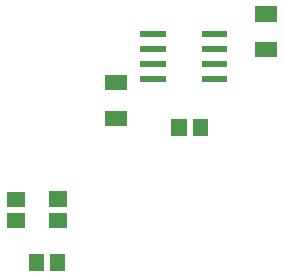
<source format=gtp>
G04 start of page 2 for group 0 layer_idx 9 *
G04 Title: (unknown), top_paste *
G04 Creator: pcb-rnd 2.3.2 *
G04 CreationDate: 2021-05-12 18:23:50 UTC *
G04 For:  *
G04 Format: Gerber/RS-274X *
G04 PCB-Dimensions: 500000 500000 *
G04 PCB-Coordinate-Origin: lower left *
%MOIN*%
%FSLAX25Y25*%
%LNTOP_PASTE_NONE_0*%
%ADD71C,0.0001*%
G54D71*G36*
X190760Y290464D02*Y285346D01*
X198240D01*
Y290464D01*
X190760D01*
G37*
G36*
Y278654D02*Y273536D01*
X198240D01*
Y278654D01*
X190760D01*
G37*
G36*
X172132Y251724D02*Y246606D01*
X178036D01*
Y251724D01*
X172132D01*
G37*
G36*
X158005Y244516D02*Y239398D01*
X163909D01*
Y244516D01*
X158005D01*
G37*
G36*
Y251602D02*Y246484D01*
X163909D01*
Y251602D01*
X158005D01*
G37*
G36*
X172132Y244638D02*Y239520D01*
X178036D01*
Y244638D01*
X172132D01*
G37*
G36*
X170473Y230952D02*X165355D01*
Y225048D01*
X170473D01*
Y230952D01*
G37*
G36*
X177559D02*X172441D01*
Y225048D01*
X177559D01*
Y230952D01*
G37*
G36*
X231500Y293000D02*X223000D01*
Y295000D01*
X231500D01*
Y293000D01*
G37*
G36*
Y288000D02*X223000D01*
Y290000D01*
X231500D01*
Y288000D01*
G37*
G36*
X218016Y275952D02*X212898D01*
Y270048D01*
X218016D01*
Y275952D01*
G37*
G36*
X225102D02*X219984D01*
Y270048D01*
X225102D01*
Y275952D01*
G37*
G36*
X202500Y305000D02*X211000D01*
Y303000D01*
X202500D01*
Y305000D01*
G37*
G36*
X231500Y303000D02*X223000D01*
Y305000D01*
X231500D01*
Y303000D01*
G37*
G36*
Y298000D02*X223000D01*
Y300000D01*
X231500D01*
Y298000D01*
G37*
G36*
X240760Y301559D02*Y296441D01*
X248240D01*
Y301559D01*
X240760D01*
G37*
G36*
Y313369D02*Y308251D01*
X248240D01*
Y313369D01*
X240760D01*
G37*
G36*
X202500Y300000D02*X211000D01*
Y298000D01*
X202500D01*
Y300000D01*
G37*
G36*
Y295000D02*X211000D01*
Y293000D01*
X202500D01*
Y295000D01*
G37*
G36*
Y290000D02*X211000D01*
Y288000D01*
X202500D01*
Y290000D01*
G37*
M02*

</source>
